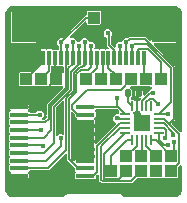
<source format=gbr>
%TF.GenerationSoftware,KiCad,Pcbnew,7.0.9-7.0.9~ubuntu22.04.1*%
%TF.CreationDate,2023-12-30T14:54:31+00:00*%
%TF.ProjectId,COM_MOD,434f4d5f-4d4f-4442-9e6b-696361645f70,1.0*%
%TF.SameCoordinates,Original*%
%TF.FileFunction,Copper,L1,Top*%
%TF.FilePolarity,Positive*%
%FSLAX46Y46*%
G04 Gerber Fmt 4.6, Leading zero omitted, Abs format (unit mm)*
G04 Created by KiCad (PCBNEW 7.0.9-7.0.9~ubuntu22.04.1) date 2023-12-30 14:54:31*
%MOMM*%
%LPD*%
G01*
G04 APERTURE LIST*
G04 Aperture macros list*
%AMRoundRect*
0 Rectangle with rounded corners*
0 $1 Rounding radius*
0 $2 $3 $4 $5 $6 $7 $8 $9 X,Y pos of 4 corners*
0 Add a 4 corners polygon primitive as box body*
4,1,4,$2,$3,$4,$5,$6,$7,$8,$9,$2,$3,0*
0 Add four circle primitives for the rounded corners*
1,1,$1+$1,$2,$3*
1,1,$1+$1,$4,$5*
1,1,$1+$1,$6,$7*
1,1,$1+$1,$8,$9*
0 Add four rect primitives between the rounded corners*
20,1,$1+$1,$2,$3,$4,$5,0*
20,1,$1+$1,$4,$5,$6,$7,0*
20,1,$1+$1,$6,$7,$8,$9,0*
20,1,$1+$1,$8,$9,$2,$3,0*%
G04 Aperture macros list end*
%TA.AperFunction,ComponentPad*%
%ADD10R,1.000000X1.000000*%
%TD*%
%TA.AperFunction,SMDPad,CuDef*%
%ADD11RoundRect,0.050000X-0.050000X0.375000X-0.050000X-0.375000X0.050000X-0.375000X0.050000X0.375000X0*%
%TD*%
%TA.AperFunction,SMDPad,CuDef*%
%ADD12RoundRect,0.050000X-0.375000X0.050000X-0.375000X-0.050000X0.375000X-0.050000X0.375000X0.050000X0*%
%TD*%
%TA.AperFunction,SMDPad,CuDef*%
%ADD13R,1.400000X1.400000*%
%TD*%
%TA.AperFunction,SMDPad,CuDef*%
%ADD14RoundRect,0.140000X0.140000X0.170000X-0.140000X0.170000X-0.140000X-0.170000X0.140000X-0.170000X0*%
%TD*%
%TA.AperFunction,SMDPad,CuDef*%
%ADD15R,0.300000X1.250000*%
%TD*%
%TA.AperFunction,SMDPad,CuDef*%
%ADD16R,2.000000X2.500000*%
%TD*%
%TA.AperFunction,SMDPad,CuDef*%
%ADD17R,1.600000X0.300000*%
%TD*%
%TA.AperFunction,ViaPad*%
%ADD18C,0.400000*%
%TD*%
%TA.AperFunction,Conductor*%
%ADD19C,0.127000*%
%TD*%
G04 APERTURE END LIST*
D10*
%TO.P,J17,1,Pin_1*%
%TO.N,/I2C_SDA*%
X36580000Y-37770000D03*
%TD*%
%TO.P,J5,1,Pin_1*%
%TO.N,/MISO*%
X29365001Y-30000000D03*
%TD*%
D11*
%TO.P,U1,1,RESETB*%
%TO.N,unconnected-(U1-P00-Pad1)*%
X34870000Y-32260000D03*
%TO.P,U1,2,GPIO*%
%TO.N,/LED_IN*%
X34470000Y-32260000D03*
%TO.P,U1,3,GPIO*%
%TO.N,/IO1_in*%
X34070000Y-32260000D03*
%TO.P,U1,4,GND*%
%TO.N,GND*%
X33670000Y-32260000D03*
%TO.P,U1,5,Vcap*%
%TO.N,/Vcap*%
X33270000Y-32260000D03*
D12*
%TO.P,U1,6,AVCC*%
%TO.N,+3.3V*%
X32620000Y-32910000D03*
%TO.P,U1,7,GPIO*%
%TO.N,/addr_mod_3*%
X32620000Y-33310000D03*
%TO.P,U1,8,GPIO*%
%TO.N,/addr_mod_4*%
X32620000Y-33710000D03*
%TO.P,U1,9,SPI_CS*%
%TO.N,/SPICS_ARM*%
X32620000Y-34110000D03*
%TO.P,U1,10,GPIO*%
%TO.N,/GPIO*%
X32620000Y-34510000D03*
D11*
%TO.P,U1,11,AIN0*%
%TO.N,/AIN0*%
X33270000Y-35160000D03*
%TO.P,U1,12,SPI_SCK*%
%TO.N,/SCLK_ARM*%
X33670000Y-35160000D03*
%TO.P,U1,13,SPI_MOSI*%
%TO.N,/MOSI_ARM*%
X34070000Y-35160000D03*
%TO.P,U1,14,SWDIO*%
%TO.N,/SWDIO{slash}MISO_ARM*%
X34470000Y-35160000D03*
%TO.P,U1,15,SWCLK*%
%TO.N,/IO1_out*%
X34870000Y-35160000D03*
D12*
%TO.P,U1,16,GPIO*%
%TO.N,/addr_mod_2*%
X35520000Y-34510000D03*
%TO.P,U1,17,GPIO*%
%TO.N,/addr_mod_1*%
X35520000Y-34110000D03*
%TO.P,U1,18,GPIO*%
%TO.N,/addr_mod_0*%
X35520000Y-33710000D03*
%TO.P,U1,19,I2C_SDA*%
%TO.N,/I2C_SDA*%
X35520000Y-33310000D03*
%TO.P,U1,20,I2C_SCL*%
%TO.N,/i2C_SCL*%
X35520000Y-32910000D03*
D13*
%TO.P,U1,21,GPIO*%
%TO.N,GND*%
X34070000Y-33710000D03*
%TD*%
D10*
%TO.P,J3,1,Pin_1*%
%TO.N,/AUX3*%
X30000001Y-24762500D03*
%TD*%
D14*
%TO.P,C1,1*%
%TO.N,GND*%
X33840000Y-31190000D03*
%TO.P,C1,2*%
%TO.N,/Vcap*%
X32880000Y-31190000D03*
%TD*%
D10*
%TO.P,J19,1,Pin_1*%
%TO.N,/AUX1*%
X24285001Y-30000000D03*
%TD*%
%TO.P,J20,1,Pin_1*%
%TO.N,/AUX2*%
X35715001Y-30000000D03*
%TD*%
D15*
%TO.P,J10,1,1*%
%TO.N,/extRef*%
X34250001Y-28175000D03*
%TO.P,J10,2,2*%
%TO.N,/AUX2*%
X33750001Y-28175000D03*
%TO.P,J10,3,3*%
%TO.N,/i2C_SCL*%
X33250001Y-28175000D03*
%TO.P,J10,4,4*%
%TO.N,/I2C_SDA*%
X32750001Y-28175000D03*
%TO.P,J10,5,5*%
%TO.N,/IO2*%
X32250001Y-28175000D03*
%TO.P,J10,6,6*%
%TO.N,/IO1_out*%
X31750001Y-28175000D03*
%TO.P,J10,7,7*%
%TO.N,/SCLK*%
X31250001Y-28175000D03*
%TO.P,J10,8,8*%
%TO.N,/MOSI*%
X30750001Y-28175000D03*
%TO.P,J10,9,9*%
%TO.N,/MISO*%
X30250001Y-28175000D03*
%TO.P,J10,10,10*%
%TO.N,/addr_bus_4*%
X29750001Y-28175000D03*
%TO.P,J10,11,11*%
%TO.N,/addr_bus_3*%
X29250001Y-28175000D03*
%TO.P,J10,12,12*%
%TO.N,/addr_bus_2*%
X28750001Y-28175000D03*
%TO.P,J10,13,13*%
%TO.N,/addr_bus_1*%
X28250001Y-28175000D03*
%TO.P,J10,14,14*%
%TO.N,/addr_bus_0*%
X27750001Y-28175000D03*
%TO.P,J10,15,15*%
%TO.N,/AUX3*%
X27250001Y-28175000D03*
%TO.P,J10,16,16*%
%TO.N,GND*%
X26750001Y-28175000D03*
%TO.P,J10,17,17*%
%TO.N,+3.3V*%
X26250001Y-28175000D03*
%TO.P,J10,18,18*%
%TO.N,/AUX1*%
X25750001Y-28175000D03*
D16*
%TO.P,J10,19,sh1*%
%TO.N,GND*%
X35940001Y-25600000D03*
%TO.P,J10,20,sh2*%
X24060001Y-25600000D03*
%TD*%
D10*
%TO.P,J2,1,Pin_1*%
%TO.N,GND*%
X26825001Y-30000000D03*
%TD*%
%TO.P,J12,1,Pin_1*%
%TO.N,/SWDIO{slash}MISO_ARM*%
X35310000Y-36500000D03*
%TD*%
%TO.P,J8,1,Pin_1*%
%TO.N,/CSB*%
X33175001Y-30000000D03*
%TD*%
%TO.P,J1,1,Pin_1*%
%TO.N,+3.3V*%
X25555001Y-30000000D03*
%TD*%
D17*
%TO.P,U2,1,G*%
%TO.N,GND*%
X23700001Y-32325000D03*
%TO.P,U2,2,P0*%
%TO.N,/addr_mod_0*%
X23700001Y-32975000D03*
%TO.P,U2,3,R0*%
%TO.N,/addr_bus_0*%
X23700001Y-33625000D03*
%TO.P,U2,4,P1*%
%TO.N,/addr_mod_1*%
X23700001Y-34275000D03*
%TO.P,U2,5,R1*%
%TO.N,/addr_bus_1*%
X23700001Y-34925000D03*
%TO.P,U2,6,P2*%
%TO.N,/addr_mod_2*%
X23700001Y-35575000D03*
%TO.P,U2,7,R2*%
%TO.N,/addr_bus_2*%
X23700001Y-36225000D03*
%TO.P,U2,8,P3*%
%TO.N,/addr_mod_3*%
X23700001Y-36875000D03*
%TO.P,U2,9,R3*%
%TO.N,/addr_bus_3*%
X23700001Y-37525000D03*
%TO.P,U2,10,GND*%
%TO.N,GND*%
X23700001Y-38175000D03*
%TO.P,U2,11,P4*%
%TO.N,/addr_mod_4*%
X29300001Y-38175000D03*
%TO.P,U2,12,R4*%
%TO.N,/addr_bus_4*%
X29300001Y-37525000D03*
%TO.P,U2,13,P5*%
%TO.N,GND*%
X29300001Y-36875000D03*
%TO.P,U2,14,R5*%
X29300001Y-36225000D03*
%TO.P,U2,15,P6*%
X29300001Y-35575000D03*
%TO.P,U2,16,R6*%
X29300001Y-34925000D03*
%TO.P,U2,17,P7*%
X29300001Y-34275000D03*
%TO.P,U2,18,R7*%
X29300001Y-33625000D03*
%TO.P,U2,19,P=R*%
%TO.N,/CSB*%
X29300001Y-32975000D03*
%TO.P,U2,20,VCC*%
%TO.N,+3.3V*%
X29300001Y-32325000D03*
%TD*%
D10*
%TO.P,J15,1,Pin_1*%
%TO.N,/SPICS_ARM*%
X34040000Y-37770000D03*
%TD*%
%TO.P,J14,1,Pin_1*%
%TO.N,/SCLK_ARM*%
X32770000Y-36500000D03*
%TD*%
%TO.P,J18,1,Pin_1*%
%TO.N,/AIN0*%
X31500000Y-37770000D03*
%TD*%
%TO.P,J13,1,Pin_1*%
%TO.N,/MOSI_ARM*%
X34040001Y-36500000D03*
%TD*%
%TO.P,J7,1,Pin_1*%
%TO.N,/SCLK*%
X31905001Y-30000000D03*
%TD*%
%TO.P,J21,1,Pin_1*%
%TO.N,/GPIO*%
X32770000Y-37770000D03*
%TD*%
%TO.P,J16,1,Pin_1*%
%TO.N,/i2C_SCL*%
X35310000Y-37770000D03*
%TD*%
%TO.P,J11,1,Pin_1*%
%TO.N,/IO1_out*%
X36580000Y-36500000D03*
%TD*%
%TO.P,J6,1,Pin_1*%
%TO.N,/MOSI*%
X30635001Y-30000000D03*
%TD*%
%TO.P,J9,1,Pin_1*%
%TO.N,/extRef*%
X34445001Y-30000000D03*
%TD*%
D18*
%TO.N,GND*%
X30700000Y-34000000D03*
X31200000Y-33700000D03*
X23100000Y-31200000D03*
X27200000Y-33400000D03*
X33750000Y-33350000D03*
X35350000Y-24750000D03*
X36550000Y-26450000D03*
X27200000Y-32600000D03*
X30700000Y-33400000D03*
X35350000Y-26450000D03*
X25462500Y-31362500D03*
X30700000Y-32800000D03*
X27200000Y-34100000D03*
X34450000Y-34100000D03*
X34450000Y-33350000D03*
X30600000Y-34600000D03*
X24650000Y-26450000D03*
X35940001Y-25600000D03*
X23450000Y-26450000D03*
X36550000Y-24750000D03*
X33750000Y-34100000D03*
X24650000Y-24750000D03*
X24060001Y-25600000D03*
X23450000Y-24750000D03*
%TO.N,/addr_bus_0*%
X27750000Y-27150000D03*
%TO.N,/addr_bus_1*%
X28250000Y-26850000D03*
%TO.N,/addr_bus_2*%
X28750000Y-27150000D03*
%TO.N,/addr_bus_3*%
X29250000Y-26850000D03*
%TO.N,/addr_bus_4*%
X29750000Y-27150000D03*
%TO.N,/i2C_SCL*%
X33250000Y-27150000D03*
X36290000Y-32910000D03*
%TO.N,/I2C_SDA*%
X32750000Y-26850000D03*
%TO.N,/IO1_in*%
X35000000Y-31150000D03*
%TO.N,/IO2*%
X32250000Y-27150000D03*
%TO.N,/AUX3*%
X27250000Y-26850000D03*
%TO.N,/LED_IN*%
X35450001Y-32085000D03*
%TO.N,+3.3V*%
X32000000Y-31550000D03*
%TO.N,/addr_mod_0*%
X25440000Y-32970000D03*
X36730000Y-34730000D03*
%TO.N,/addr_mod_1*%
X25540000Y-34240000D03*
X36050000Y-34950000D03*
%TO.N,/addr_mod_2*%
X25700000Y-35600000D03*
X36260000Y-35530000D03*
%TO.N,/addr_mod_3*%
X27200000Y-35000000D03*
X32000000Y-33300000D03*
%TO.N,/IO1_out*%
X36800000Y-35290000D03*
X31200000Y-26100000D03*
%TD*%
D19*
%TO.N,GND*%
X29300001Y-36875000D02*
X29300001Y-33625000D01*
X26750001Y-29925000D02*
X26825001Y-30000000D01*
X23700001Y-32325000D02*
X23700001Y-31800001D01*
X25462500Y-31362500D02*
X26825001Y-30000000D01*
X22746501Y-32628500D02*
X23050001Y-32325000D01*
X33670000Y-31360000D02*
X33670000Y-32260000D01*
X23093001Y-38175000D02*
X22746501Y-37828500D01*
X33840000Y-31190000D02*
X33670000Y-31360000D01*
X33710000Y-33350000D02*
X33750000Y-33350000D01*
X33750000Y-33390000D02*
X34070000Y-33710000D01*
X24500001Y-32325000D02*
X25462500Y-31362500D01*
X26750001Y-28175000D02*
X26750001Y-29925000D01*
X23050001Y-32325000D02*
X23700001Y-32325000D01*
X23700001Y-32325000D02*
X24500001Y-32325000D01*
X23700001Y-38175000D02*
X23093001Y-38175000D01*
X33750000Y-33350000D02*
X33750000Y-33390000D01*
X23700001Y-31800001D02*
X23100000Y-31200000D01*
X33670000Y-32260000D02*
X33670000Y-33310000D01*
X22746501Y-37828500D02*
X22746501Y-32628500D01*
X33670000Y-33310000D02*
X33710000Y-33350000D01*
%TO.N,/Vcap*%
X32880000Y-31190000D02*
X32880000Y-31870000D01*
X32880000Y-31870000D02*
X33270000Y-32260000D01*
%TO.N,/MISO*%
X30250001Y-28175000D02*
X30250001Y-29000000D01*
X29365001Y-29885000D02*
X29365001Y-30000000D01*
X30250001Y-29000000D02*
X29365001Y-29885000D01*
%TO.N,/MOSI*%
X30750001Y-29885000D02*
X30635001Y-30000000D01*
X30750001Y-28175000D02*
X30750001Y-29885000D01*
%TO.N,/SCLK*%
X31250001Y-28175000D02*
X31250001Y-28997501D01*
X31905001Y-29652501D02*
X31905001Y-30000000D01*
X31250001Y-28997501D02*
X31905001Y-29652501D01*
%TO.N,/CSB*%
X28200000Y-32481999D02*
X28693001Y-32975000D01*
X32275001Y-30900000D02*
X29468001Y-30900000D01*
X33175001Y-30000000D02*
X32275001Y-30900000D01*
X29468001Y-30900000D02*
X28200000Y-32168001D01*
X28693001Y-32975000D02*
X29300001Y-32975000D01*
X28200000Y-32168001D02*
X28200000Y-32481999D01*
%TO.N,/extRef*%
X34250001Y-29805000D02*
X34445001Y-30000000D01*
X34250001Y-28175000D02*
X34250001Y-29805000D01*
%TO.N,/addr_bus_0*%
X25875000Y-33625000D02*
X23700001Y-33625000D01*
X27650000Y-30700000D02*
X26182000Y-32168000D01*
X27650000Y-28275001D02*
X27650000Y-30700000D01*
X27750001Y-28175000D02*
X27650000Y-28275001D01*
X27750000Y-27150000D02*
X27750001Y-28175000D01*
X26182000Y-33318000D02*
X25875000Y-33625000D01*
X26182000Y-32168000D02*
X26182000Y-33318000D01*
%TO.N,/addr_bus_1*%
X27867000Y-30789884D02*
X26399000Y-32257884D01*
X27867000Y-29053501D02*
X27867000Y-30789884D01*
X26399000Y-32257884D02*
X26399000Y-34301000D01*
X28250001Y-28175000D02*
X28250001Y-28670500D01*
X28250000Y-26850000D02*
X28250001Y-28175000D01*
X26399000Y-34301000D02*
X25775000Y-34925000D01*
X28250001Y-28670500D02*
X27867000Y-29053501D01*
X25775000Y-34925000D02*
X23700001Y-34925000D01*
%TO.N,/addr_bus_2*%
X26616000Y-35384000D02*
X25775000Y-36225000D01*
X26616000Y-32347768D02*
X26616000Y-35384000D01*
X28750001Y-28699999D02*
X28084000Y-29366000D01*
X28084000Y-30879768D02*
X26616000Y-32347768D01*
X28750001Y-28175000D02*
X28750001Y-28699999D01*
X25775000Y-36225000D02*
X23700001Y-36225000D01*
X28084000Y-29366000D02*
X28084000Y-30879768D01*
X28750000Y-27150000D02*
X28750001Y-28175000D01*
%TO.N,/addr_bus_3*%
X27683000Y-31587652D02*
X27683000Y-35967000D01*
X28301000Y-30969652D02*
X27683000Y-31587652D01*
X29250001Y-28175000D02*
X29250001Y-28757000D01*
X29250001Y-28757000D02*
X29053501Y-28953500D01*
X29250000Y-26850000D02*
X29250001Y-28175000D01*
X29053501Y-28953500D02*
X28803384Y-28953500D01*
X28803384Y-28953500D02*
X28301000Y-29455884D01*
X26125000Y-37525000D02*
X23700001Y-37525000D01*
X27683000Y-35967000D02*
X26125000Y-37525000D01*
X28301000Y-29455884D02*
X28301000Y-30969652D01*
%TO.N,/addr_bus_4*%
X28518000Y-31059536D02*
X27900000Y-31677536D01*
X27900000Y-36731999D02*
X28693001Y-37525000D01*
X28693001Y-37525000D02*
X29300001Y-37525000D01*
X29750000Y-27150000D02*
X29750001Y-28175000D01*
X27900000Y-31677536D02*
X27900000Y-36731999D01*
X28518000Y-29545768D02*
X28518000Y-31059536D01*
X29750001Y-28927000D02*
X29506501Y-29170500D01*
X29750001Y-28175000D02*
X29750001Y-28927000D01*
X28893268Y-29170500D02*
X28518000Y-29545768D01*
X29506501Y-29170500D02*
X28893268Y-29170500D01*
%TO.N,/i2C_SCL*%
X33400000Y-27000000D02*
X34506884Y-27000000D01*
X36290000Y-32910000D02*
X35520000Y-32910000D01*
X33250001Y-28175000D02*
X33250000Y-27150000D01*
X33250000Y-27150000D02*
X33400000Y-27000000D01*
X36550000Y-31880000D02*
X35520000Y-32910000D01*
X34506884Y-27000000D02*
X36550000Y-29043116D01*
X36550000Y-29043116D02*
X36550000Y-31880000D01*
%TO.N,/I2C_SDA*%
X36367500Y-33732500D02*
X35945000Y-33310000D01*
X32750000Y-26850000D02*
X33050000Y-26550000D01*
X33050000Y-26550000D02*
X34363768Y-26550000D01*
X37233500Y-37116500D02*
X37233500Y-34598500D01*
X36767000Y-28953232D02*
X36767000Y-33333000D01*
X32750001Y-28175000D02*
X32750000Y-26850000D01*
X37233500Y-34598500D02*
X36367500Y-33732500D01*
X36767000Y-33333000D02*
X36367500Y-33732500D01*
X34363768Y-26550000D02*
X36767000Y-28953232D01*
X35945000Y-33310000D02*
X35520000Y-33310000D01*
X36580000Y-37770000D02*
X37233500Y-37116500D01*
%TO.N,/IO1_in*%
X35000000Y-31150000D02*
X34755000Y-31150000D01*
X34070000Y-31835000D02*
X34070000Y-32260000D01*
X34755000Y-31150000D02*
X34070000Y-31835000D01*
%TO.N,/IO2*%
X32250000Y-27150000D02*
X32250001Y-28175000D01*
%TO.N,/AUX1*%
X25750001Y-28175000D02*
X25750001Y-28535000D01*
X25750001Y-28535000D02*
X24285001Y-30000000D01*
%TO.N,/AUX2*%
X33750001Y-28175000D02*
X33750001Y-27423000D01*
X33750001Y-27423000D02*
X33776501Y-27396500D01*
X33776501Y-27396500D02*
X34596500Y-27396500D01*
X34596500Y-27396500D02*
X35715001Y-28515001D01*
X35715001Y-28515001D02*
X35715001Y-30000000D01*
%TO.N,/AUX3*%
X27250001Y-28175000D02*
X27250000Y-26850000D01*
X30000001Y-24762500D02*
X29337500Y-24762500D01*
X29337500Y-24762500D02*
X27250000Y-26850000D01*
%TO.N,/SWDIO{slash}MISO_ARM*%
X34470000Y-35660000D02*
X35310000Y-36500000D01*
X34470000Y-35160000D02*
X34470000Y-35660000D01*
%TO.N,/MOSI_ARM*%
X34070000Y-36470001D02*
X34040001Y-36500000D01*
X34070000Y-35160000D02*
X34070000Y-36470001D01*
%TO.N,/SCLK_ARM*%
X33670000Y-35600000D02*
X32770000Y-36500000D01*
X33670000Y-35160000D02*
X33670000Y-35600000D01*
%TO.N,/SPICS_ARM*%
X32620000Y-34110000D02*
X32195000Y-34110000D01*
X30770116Y-38640500D02*
X33169500Y-38640500D01*
X33169500Y-38640500D02*
X34040000Y-37770000D01*
X30629500Y-38499884D02*
X30770116Y-38640500D01*
X32195000Y-34110000D02*
X30629500Y-35675500D01*
X30629500Y-35675500D02*
X30629500Y-38499884D01*
%TO.N,/AIN0*%
X32803000Y-35160000D02*
X31500000Y-36463000D01*
X31500000Y-36463000D02*
X31500000Y-37770000D01*
X33270000Y-35160000D02*
X32803000Y-35160000D01*
%TO.N,/LED_IN*%
X34470000Y-31945820D02*
X34470000Y-32260000D01*
X34734320Y-31681500D02*
X34470000Y-31945820D01*
X35046501Y-31681500D02*
X34734320Y-31681500D01*
X35450001Y-32085000D02*
X35046501Y-31681500D01*
%TO.N,+3.3V*%
X29300001Y-32325000D02*
X32035000Y-32325000D01*
X32620000Y-32910000D02*
X32055000Y-32345000D01*
X32035000Y-32325000D02*
X32055000Y-32345000D01*
X32000000Y-32290000D02*
X32000000Y-31550000D01*
X32055000Y-32345000D02*
X32000000Y-32290000D01*
X26250001Y-28175000D02*
X26250001Y-29305000D01*
X26250001Y-29305000D02*
X25555001Y-30000000D01*
%TO.N,/addr_mod_0*%
X36730000Y-34730000D02*
X36730000Y-34495000D01*
X25440000Y-32970000D02*
X25435000Y-32975000D01*
X25435000Y-32975000D02*
X23700001Y-32975000D01*
X36730000Y-34495000D02*
X35945000Y-33710000D01*
X35945000Y-33710000D02*
X35520000Y-33710000D01*
%TO.N,/addr_mod_1*%
X36050000Y-34885222D02*
X36140000Y-34795222D01*
X25505000Y-34275000D02*
X23700001Y-34275000D01*
X36050000Y-34950000D02*
X36050000Y-34885222D01*
X36140000Y-34795222D02*
X36140000Y-34305000D01*
X35945000Y-34110000D02*
X35520000Y-34110000D01*
X36140000Y-34305000D02*
X35945000Y-34110000D01*
X25540000Y-34240000D02*
X25505000Y-34275000D01*
%TO.N,/addr_mod_2*%
X25675000Y-35575000D02*
X23700001Y-35575000D01*
X35916884Y-35530000D02*
X35520000Y-35133116D01*
X25700000Y-35600000D02*
X25675000Y-35575000D01*
X36260000Y-35530000D02*
X35916884Y-35530000D01*
X35520000Y-35133116D02*
X35520000Y-34510000D01*
%TO.N,/addr_mod_4*%
X29950001Y-38175000D02*
X30290000Y-37835001D01*
X30290000Y-35615000D02*
X32195000Y-33710000D01*
X29300001Y-38175000D02*
X29950001Y-38175000D01*
X30290000Y-37835001D02*
X30290000Y-35615000D01*
X32195000Y-33710000D02*
X32620000Y-33710000D01*
%TO.N,/addr_mod_3*%
X27200000Y-35000000D02*
X27200000Y-35600000D01*
X32185000Y-33300000D02*
X32195000Y-33310000D01*
X32000000Y-33300000D02*
X32185000Y-33300000D01*
X27200000Y-35600000D02*
X25925000Y-36875000D01*
X25925000Y-36875000D02*
X23700001Y-36875000D01*
X32195000Y-33310000D02*
X32620000Y-33310000D01*
%TO.N,/IO1_out*%
X31750001Y-27550001D02*
X31300000Y-27100000D01*
X36800000Y-36280000D02*
X36800000Y-35290000D01*
X34870000Y-35160000D02*
X35240000Y-35160000D01*
X31300000Y-27100000D02*
X31300000Y-26200000D01*
X31750001Y-28175000D02*
X31750001Y-27550001D01*
X31300000Y-26200000D02*
X31200000Y-26100000D01*
X35240000Y-35160000D02*
X36580000Y-36500000D01*
X36580000Y-36500000D02*
X36800000Y-36280000D01*
%TO.N,/GPIO*%
X30846500Y-36283500D02*
X30846500Y-38410000D01*
X30860000Y-38423500D02*
X32116500Y-38423500D01*
X32116500Y-38423500D02*
X32770000Y-37770000D01*
X32620000Y-34510000D02*
X30846500Y-36283500D01*
X30846500Y-38410000D02*
X30860000Y-38423500D01*
%TD*%
%TA.AperFunction,Conductor*%
%TO.N,GND*%
G36*
X36753033Y-23760798D02*
G01*
X36800080Y-23765431D01*
X36882119Y-23773511D01*
X36905947Y-23778250D01*
X37021314Y-23813246D01*
X37043763Y-23822546D01*
X37050325Y-23826053D01*
X37150075Y-23879371D01*
X37170286Y-23892876D01*
X37263465Y-23969346D01*
X37280653Y-23986534D01*
X37357123Y-24079713D01*
X37370628Y-24099924D01*
X37427452Y-24206233D01*
X37436755Y-24228691D01*
X37471747Y-24344043D01*
X37476489Y-24367886D01*
X37489201Y-24496965D01*
X37489500Y-24503045D01*
X37489500Y-34337349D01*
X37469815Y-34404388D01*
X37417011Y-34450143D01*
X37347853Y-34460087D01*
X37284297Y-34431062D01*
X37277819Y-34425030D01*
X36672970Y-33820181D01*
X36639485Y-33758858D01*
X36644469Y-33689166D01*
X36672970Y-33644819D01*
X36759084Y-33558705D01*
X36890232Y-33427557D01*
X36905073Y-33412716D01*
X36906279Y-33408211D01*
X36918670Y-33378300D01*
X36920625Y-33374914D01*
X36921000Y-33374265D01*
X36921001Y-33291736D01*
X36921000Y-33291734D01*
X36921000Y-28932956D01*
X36921000Y-28911967D01*
X36918666Y-28907925D01*
X36906280Y-28878021D01*
X36905073Y-28873516D01*
X36905072Y-28873515D01*
X36905072Y-28873514D01*
X36839657Y-28808098D01*
X36839642Y-28808085D01*
X35118638Y-27087081D01*
X35085153Y-27025758D01*
X35090137Y-26956066D01*
X35132009Y-26900133D01*
X35197473Y-26875716D01*
X35206319Y-26875400D01*
X36942501Y-26875400D01*
X36942501Y-26875399D01*
X36949913Y-26873926D01*
X36958313Y-26868312D01*
X36963927Y-26859912D01*
X36965400Y-26852500D01*
X36965401Y-26852500D01*
X36965401Y-24347500D01*
X36965400Y-24347499D01*
X36963927Y-24340087D01*
X36958313Y-24331687D01*
X36949913Y-24326073D01*
X36942501Y-24324600D01*
X34937501Y-24324600D01*
X34930088Y-24326073D01*
X34921688Y-24331687D01*
X34916074Y-24340087D01*
X34914601Y-24347499D01*
X34914601Y-26583682D01*
X34894916Y-26650721D01*
X34842112Y-26696476D01*
X34772954Y-26706420D01*
X34709398Y-26677395D01*
X34702920Y-26671363D01*
X34443483Y-26411926D01*
X34443481Y-26411925D01*
X34438975Y-26410718D01*
X34409072Y-26398331D01*
X34407249Y-26397279D01*
X34405032Y-26395999D01*
X34308071Y-26395999D01*
X34308063Y-26396000D01*
X33008735Y-26396000D01*
X33004688Y-26398336D01*
X32974799Y-26410716D01*
X32970287Y-26411925D01*
X32970282Y-26411928D01*
X32913009Y-26469199D01*
X32851685Y-26502683D01*
X32805933Y-26503989D01*
X32750003Y-26495131D01*
X32749998Y-26495131D01*
X32640341Y-26512498D01*
X32541414Y-26562904D01*
X32541407Y-26562909D01*
X32462909Y-26641407D01*
X32462906Y-26641412D01*
X32462905Y-26641413D01*
X32415433Y-26734583D01*
X32367458Y-26785379D01*
X32299637Y-26802174D01*
X32285551Y-26800761D01*
X32250003Y-26795131D01*
X32249998Y-26795131D01*
X32140341Y-26812498D01*
X32041414Y-26862904D01*
X32041407Y-26862909D01*
X31962909Y-26941407D01*
X31962904Y-26941414D01*
X31912498Y-27040341D01*
X31895131Y-27149997D01*
X31895131Y-27150002D01*
X31897033Y-27162011D01*
X31888078Y-27231305D01*
X31843082Y-27284757D01*
X31776331Y-27305396D01*
X31709017Y-27286671D01*
X31686879Y-27269090D01*
X31490319Y-27072530D01*
X31456834Y-27011207D01*
X31454000Y-26984849D01*
X31454000Y-26393044D01*
X31473685Y-26326005D01*
X31481356Y-26316486D01*
X31487089Y-26308592D01*
X31487095Y-26308587D01*
X31537500Y-26209661D01*
X31537500Y-26209659D01*
X31537501Y-26209658D01*
X31554869Y-26100002D01*
X31554869Y-26099997D01*
X31537501Y-25990341D01*
X31537500Y-25990339D01*
X31487095Y-25891413D01*
X31487092Y-25891410D01*
X31487090Y-25891407D01*
X31408592Y-25812909D01*
X31408588Y-25812906D01*
X31408587Y-25812905D01*
X31404743Y-25810946D01*
X31309658Y-25762498D01*
X31200002Y-25745131D01*
X31199998Y-25745131D01*
X31090341Y-25762498D01*
X30991414Y-25812904D01*
X30991407Y-25812909D01*
X30912909Y-25891407D01*
X30912904Y-25891414D01*
X30862498Y-25990341D01*
X30845131Y-26099997D01*
X30845131Y-26100002D01*
X30862498Y-26209658D01*
X30912904Y-26308585D01*
X30912909Y-26308592D01*
X30991407Y-26387090D01*
X30991413Y-26387095D01*
X31078295Y-26431363D01*
X31129090Y-26479336D01*
X31146000Y-26541847D01*
X31146000Y-27141265D01*
X31148332Y-27145304D01*
X31160718Y-27175206D01*
X31161926Y-27179715D01*
X31230029Y-27247819D01*
X31263513Y-27309143D01*
X31258528Y-27378834D01*
X31216657Y-27434768D01*
X31151192Y-27459184D01*
X31142349Y-27459500D01*
X31091092Y-27459500D01*
X31064688Y-27464751D01*
X31053405Y-27469425D01*
X31052440Y-27467095D01*
X31002204Y-27482821D01*
X30947287Y-27467751D01*
X30946595Y-27469424D01*
X30935312Y-27464750D01*
X30908916Y-27459500D01*
X30591092Y-27459500D01*
X30564688Y-27464751D01*
X30553405Y-27469425D01*
X30552440Y-27467095D01*
X30502204Y-27482821D01*
X30447287Y-27467751D01*
X30446595Y-27469424D01*
X30435312Y-27464750D01*
X30408916Y-27459500D01*
X30188025Y-27459500D01*
X30120986Y-27439815D01*
X30075231Y-27387011D01*
X30065287Y-27317853D01*
X30077539Y-27279209D01*
X30087500Y-27259661D01*
X30087696Y-27258427D01*
X30104869Y-27150002D01*
X30104869Y-27149997D01*
X30087501Y-27040341D01*
X30080071Y-27025758D01*
X30037095Y-26941413D01*
X30037092Y-26941410D01*
X30037090Y-26941407D01*
X29958592Y-26862909D01*
X29958588Y-26862906D01*
X29958587Y-26862905D01*
X29933263Y-26850002D01*
X29859658Y-26812498D01*
X29750002Y-26795131D01*
X29750000Y-26795131D01*
X29714448Y-26800762D01*
X29645154Y-26791806D01*
X29591703Y-26746809D01*
X29584567Y-26734583D01*
X29537095Y-26641413D01*
X29537092Y-26641410D01*
X29537090Y-26641407D01*
X29458592Y-26562909D01*
X29458588Y-26562906D01*
X29458587Y-26562905D01*
X29366823Y-26516149D01*
X29359658Y-26512498D01*
X29250002Y-26495131D01*
X29249998Y-26495131D01*
X29140341Y-26512498D01*
X29041414Y-26562904D01*
X29041407Y-26562909D01*
X28962909Y-26641407D01*
X28962906Y-26641412D01*
X28962905Y-26641413D01*
X28915433Y-26734583D01*
X28867458Y-26785379D01*
X28799637Y-26802174D01*
X28785551Y-26800761D01*
X28750003Y-26795131D01*
X28750001Y-26795131D01*
X28750000Y-26795131D01*
X28714448Y-26800762D01*
X28645154Y-26791806D01*
X28591703Y-26746809D01*
X28584567Y-26734583D01*
X28537095Y-26641413D01*
X28537092Y-26641410D01*
X28537090Y-26641407D01*
X28458592Y-26562909D01*
X28458588Y-26562906D01*
X28458587Y-26562905D01*
X28366823Y-26516149D01*
X28359658Y-26512498D01*
X28250002Y-26495131D01*
X28249998Y-26495131D01*
X28140339Y-26512499D01*
X28135240Y-26514156D01*
X28065399Y-26516149D01*
X28005567Y-26480068D01*
X27974741Y-26417366D01*
X27982707Y-26347952D01*
X28009241Y-26308546D01*
X29197822Y-25119965D01*
X29259144Y-25086482D01*
X29328836Y-25091466D01*
X29384769Y-25133338D01*
X29409186Y-25198802D01*
X29409502Y-25207648D01*
X29409502Y-25271412D01*
X29409503Y-25271415D01*
X29414752Y-25297812D01*
X29414753Y-25297814D01*
X29434753Y-25327747D01*
X29464689Y-25347749D01*
X29473408Y-25349483D01*
X29491088Y-25353000D01*
X30508913Y-25352999D01*
X30535312Y-25347749D01*
X30565248Y-25327747D01*
X30585250Y-25297811D01*
X30590501Y-25271413D01*
X30590500Y-24253588D01*
X30585250Y-24227189D01*
X30585249Y-24227187D01*
X30585248Y-24227185D01*
X30565248Y-24197252D01*
X30535312Y-24177250D01*
X30508916Y-24172000D01*
X29491092Y-24172000D01*
X29464688Y-24177251D01*
X29464686Y-24177252D01*
X29434753Y-24197252D01*
X29414751Y-24227188D01*
X29409501Y-24253584D01*
X29409501Y-24484500D01*
X29389816Y-24551539D01*
X29337012Y-24597294D01*
X29311613Y-24602819D01*
X29312004Y-24604275D01*
X29296236Y-24608499D01*
X29292193Y-24610834D01*
X29262294Y-24623218D01*
X29257784Y-24624426D01*
X29199426Y-24682784D01*
X27413012Y-26469197D01*
X27351689Y-26502682D01*
X27305934Y-26503990D01*
X27285133Y-26500695D01*
X27250000Y-26495131D01*
X27249998Y-26495131D01*
X27249997Y-26495131D01*
X27140341Y-26512498D01*
X27041414Y-26562904D01*
X27041407Y-26562909D01*
X26962909Y-26641407D01*
X26962904Y-26641414D01*
X26912498Y-26740341D01*
X26895131Y-26849997D01*
X26895131Y-26850002D01*
X26912498Y-26959658D01*
X26912500Y-26959661D01*
X26962905Y-27058587D01*
X27041413Y-27137095D01*
X27041415Y-27137096D01*
X27041416Y-27137097D01*
X27044888Y-27139620D01*
X27048084Y-27143765D01*
X27048314Y-27143995D01*
X27048284Y-27144024D01*
X27087552Y-27194950D01*
X27096000Y-27239936D01*
X27096000Y-27377550D01*
X27076315Y-27444589D01*
X27040889Y-27480653D01*
X27034754Y-27484751D01*
X27026440Y-27493066D01*
X26965116Y-27526549D01*
X26914577Y-27527001D01*
X26902503Y-27524600D01*
X26597493Y-27524600D01*
X26585422Y-27527001D01*
X26515831Y-27520768D01*
X26473559Y-27493063D01*
X26465248Y-27484752D01*
X26435312Y-27464750D01*
X26408916Y-27459500D01*
X26091092Y-27459500D01*
X26064688Y-27464751D01*
X26053405Y-27469425D01*
X26052440Y-27467095D01*
X26002204Y-27482821D01*
X25947287Y-27467751D01*
X25946595Y-27469424D01*
X25935312Y-27464750D01*
X25908916Y-27459500D01*
X25591092Y-27459500D01*
X25564688Y-27464751D01*
X25564686Y-27464752D01*
X25534753Y-27484752D01*
X25514751Y-27514688D01*
X25509501Y-27541084D01*
X25509501Y-28506348D01*
X25489816Y-28573387D01*
X25473182Y-28594029D01*
X24694029Y-29373181D01*
X24632706Y-29406666D01*
X24606348Y-29409500D01*
X23776092Y-29409500D01*
X23749688Y-29414751D01*
X23749686Y-29414752D01*
X23719753Y-29434752D01*
X23699751Y-29464688D01*
X23694501Y-29491084D01*
X23694501Y-30508908D01*
X23699752Y-30535312D01*
X23699753Y-30535314D01*
X23719753Y-30565247D01*
X23749689Y-30585249D01*
X23758408Y-30586983D01*
X23776088Y-30590500D01*
X24793913Y-30590499D01*
X24820312Y-30585249D01*
X24850248Y-30565247D01*
X24850248Y-30565246D01*
X24851111Y-30564670D01*
X24917788Y-30543793D01*
X24985168Y-30562278D01*
X24988891Y-30564670D01*
X24989753Y-30565246D01*
X24989754Y-30565247D01*
X25019690Y-30585249D01*
X25046088Y-30590500D01*
X26063913Y-30590499D01*
X26090312Y-30585249D01*
X26120248Y-30565247D01*
X26130582Y-30549779D01*
X26184192Y-30504974D01*
X26253516Y-30496264D01*
X26302577Y-30515566D01*
X26315088Y-30523926D01*
X26322500Y-30525399D01*
X26322501Y-30525400D01*
X27307449Y-30525400D01*
X27374488Y-30545085D01*
X27420243Y-30597889D01*
X27430187Y-30667047D01*
X27401162Y-30730603D01*
X27395130Y-30737081D01*
X26102284Y-32029927D01*
X26067396Y-32064815D01*
X26043926Y-32088285D01*
X26043925Y-32088286D01*
X26042716Y-32092798D01*
X26030336Y-32122687D01*
X26027999Y-32126733D01*
X26027999Y-32233925D01*
X26028000Y-32233930D01*
X26028000Y-32866362D01*
X26008315Y-32933401D01*
X25964741Y-32971157D01*
X25998863Y-32993780D01*
X26026977Y-33057744D01*
X26028000Y-33073637D01*
X26028000Y-33202849D01*
X26008315Y-33269888D01*
X25991681Y-33290530D01*
X25847530Y-33434681D01*
X25786207Y-33468166D01*
X25759849Y-33471000D01*
X25734045Y-33471000D01*
X25667006Y-33451315D01*
X25621251Y-33398511D01*
X25611307Y-33329353D01*
X25640332Y-33265797D01*
X25646364Y-33259319D01*
X25727090Y-33178592D01*
X25727095Y-33178587D01*
X25777500Y-33079661D01*
X25777501Y-33079657D01*
X25781527Y-33054240D01*
X25811456Y-32991105D01*
X25845002Y-32970215D01*
X25822797Y-32960075D01*
X25785023Y-32901297D01*
X25781527Y-32885760D01*
X25777501Y-32860341D01*
X25757456Y-32821000D01*
X25727095Y-32761413D01*
X25727092Y-32761410D01*
X25727090Y-32761407D01*
X25648592Y-32682909D01*
X25648588Y-32682906D01*
X25648587Y-32682905D01*
X25642118Y-32679609D01*
X25549658Y-32632498D01*
X25440002Y-32615131D01*
X25439998Y-32615131D01*
X25330341Y-32632498D01*
X25231414Y-32682904D01*
X25231407Y-32682909D01*
X25152909Y-32761407D01*
X25147172Y-32769305D01*
X25144057Y-32767042D01*
X25109067Y-32804091D01*
X25046557Y-32821000D01*
X24672452Y-32821000D01*
X24605413Y-32801315D01*
X24569350Y-32765891D01*
X24565248Y-32759752D01*
X24535312Y-32739750D01*
X24535309Y-32739749D01*
X24526285Y-32737954D01*
X24464375Y-32705567D01*
X24429803Y-32644850D01*
X24433546Y-32575081D01*
X24474414Y-32518410D01*
X24503037Y-32501773D01*
X24509915Y-32498924D01*
X24518313Y-32493312D01*
X24523927Y-32484912D01*
X24525400Y-32477500D01*
X24525401Y-32477500D01*
X24525401Y-32172500D01*
X24525400Y-32172499D01*
X24523927Y-32165087D01*
X24518313Y-32156687D01*
X24509913Y-32151073D01*
X24502501Y-32149600D01*
X22897501Y-32149600D01*
X22890088Y-32151073D01*
X22881688Y-32156687D01*
X22876074Y-32165087D01*
X22874601Y-32172499D01*
X22874601Y-32477500D01*
X22876074Y-32484912D01*
X22881688Y-32493312D01*
X22890092Y-32498928D01*
X22896970Y-32501777D01*
X22951375Y-32545616D01*
X22973442Y-32611910D01*
X22956165Y-32679609D01*
X22905029Y-32727221D01*
X22873709Y-32737957D01*
X22864691Y-32739750D01*
X22864686Y-32739752D01*
X22834753Y-32759752D01*
X22814751Y-32789688D01*
X22809501Y-32816084D01*
X22809501Y-33133908D01*
X22814752Y-33160312D01*
X22814753Y-33160314D01*
X22834752Y-33190245D01*
X22834753Y-33190245D01*
X22834754Y-33190247D01*
X22844703Y-33196895D01*
X22889510Y-33250505D01*
X22898220Y-33319829D01*
X22868068Y-33382858D01*
X22844710Y-33403099D01*
X22834754Y-33409751D01*
X22834753Y-33409752D01*
X22814751Y-33439688D01*
X22809501Y-33466084D01*
X22809501Y-33783908D01*
X22814752Y-33810312D01*
X22814753Y-33810314D01*
X22834752Y-33840245D01*
X22834753Y-33840245D01*
X22834754Y-33840247D01*
X22844703Y-33846895D01*
X22889510Y-33900505D01*
X22898220Y-33969829D01*
X22868068Y-34032858D01*
X22844710Y-34053099D01*
X22834754Y-34059751D01*
X22834753Y-34059752D01*
X22814751Y-34089688D01*
X22809501Y-34116084D01*
X22809501Y-34433908D01*
X22814752Y-34460312D01*
X22814753Y-34460314D01*
X22834752Y-34490245D01*
X22834753Y-34490245D01*
X22834754Y-34490247D01*
X22844703Y-34496895D01*
X22889510Y-34550505D01*
X22898220Y-34619829D01*
X22868068Y-34682858D01*
X22844710Y-34703099D01*
X22834754Y-34709751D01*
X22834753Y-34709752D01*
X22814751Y-34739688D01*
X22809501Y-34766084D01*
X22809501Y-35083908D01*
X22814752Y-35110312D01*
X22814753Y-35110314D01*
X22834752Y-35140245D01*
X22834753Y-35140245D01*
X22834754Y-35140247D01*
X22844703Y-35146895D01*
X22889510Y-35200505D01*
X22898220Y-35269829D01*
X22868068Y-35332858D01*
X22844710Y-35353099D01*
X22834754Y-35359751D01*
X22834753Y-35359752D01*
X22814751Y-35389688D01*
X22809501Y-35416084D01*
X22809501Y-35733908D01*
X22814752Y-35760312D01*
X22814753Y-35760314D01*
X22834752Y-35790245D01*
X22834753Y-35790245D01*
X22834754Y-35790247D01*
X22844703Y-35796895D01*
X22889510Y-35850505D01*
X22898220Y-35919829D01*
X22868068Y-35982858D01*
X22844710Y-36003099D01*
X22834754Y-36009751D01*
X22834753Y-36009752D01*
X22814751Y-36039688D01*
X22809501Y-36066084D01*
X22809501Y-36383908D01*
X22814752Y-36410312D01*
X22814753Y-36410314D01*
X22834752Y-36440245D01*
X22834753Y-36440245D01*
X22834754Y-36440247D01*
X22844703Y-36446895D01*
X22889510Y-36500505D01*
X22898220Y-36569829D01*
X22868068Y-36632858D01*
X22844710Y-36653099D01*
X22834754Y-36659751D01*
X22834753Y-36659752D01*
X22814751Y-36689688D01*
X22809501Y-36716084D01*
X22809501Y-37033908D01*
X22814752Y-37060312D01*
X22814753Y-37060314D01*
X22834752Y-37090245D01*
X22834753Y-37090245D01*
X22834754Y-37090247D01*
X22844703Y-37096895D01*
X22889510Y-37150505D01*
X22898220Y-37219829D01*
X22868068Y-37282858D01*
X22844710Y-37303099D01*
X22834754Y-37309751D01*
X22834753Y-37309752D01*
X22814751Y-37339688D01*
X22809501Y-37366084D01*
X22809501Y-37683908D01*
X22814752Y-37710312D01*
X22814753Y-37710314D01*
X22834753Y-37740247D01*
X22864690Y-37760249D01*
X22873711Y-37762044D01*
X22935622Y-37794429D01*
X22970196Y-37855145D01*
X22966457Y-37924914D01*
X22925590Y-37981586D01*
X22896972Y-37998222D01*
X22890092Y-38001071D01*
X22881688Y-38006687D01*
X22876074Y-38015087D01*
X22874601Y-38022499D01*
X22874601Y-38327500D01*
X22876074Y-38334912D01*
X22881688Y-38343312D01*
X22890088Y-38348926D01*
X22897500Y-38350399D01*
X22897501Y-38350400D01*
X24502501Y-38350400D01*
X24502501Y-38350399D01*
X24509913Y-38348926D01*
X24518313Y-38343312D01*
X24523927Y-38334912D01*
X24525400Y-38327500D01*
X24525401Y-38327500D01*
X24525401Y-38022500D01*
X24525400Y-38022499D01*
X24523927Y-38015087D01*
X24518313Y-38006687D01*
X24509910Y-38001072D01*
X24503027Y-37998221D01*
X24448624Y-37954380D01*
X24426559Y-37888086D01*
X24443838Y-37820387D01*
X24494975Y-37772776D01*
X24526296Y-37762042D01*
X24535312Y-37760249D01*
X24565248Y-37740247D01*
X24565249Y-37740245D01*
X24569350Y-37734109D01*
X24622962Y-37689304D01*
X24672452Y-37679000D01*
X26166264Y-37679000D01*
X26166265Y-37679000D01*
X26170304Y-37676667D01*
X26200208Y-37664280D01*
X26204716Y-37663073D01*
X26263073Y-37604717D01*
X26263073Y-37604716D01*
X26280511Y-37587278D01*
X26280513Y-37587274D01*
X27534320Y-36333467D01*
X27595642Y-36299984D01*
X27665334Y-36304968D01*
X27721267Y-36346840D01*
X27745684Y-36412304D01*
X27746000Y-36421150D01*
X27746000Y-36773264D01*
X27748332Y-36777303D01*
X27760718Y-36807205D01*
X27761926Y-36811714D01*
X27837723Y-36887512D01*
X27837726Y-36887514D01*
X28373182Y-37422970D01*
X28406667Y-37484293D01*
X28409501Y-37510650D01*
X28409501Y-37683908D01*
X28414752Y-37710312D01*
X28414753Y-37710314D01*
X28434752Y-37740245D01*
X28434753Y-37740245D01*
X28434754Y-37740247D01*
X28444703Y-37746895D01*
X28489510Y-37800505D01*
X28498220Y-37869829D01*
X28468068Y-37932858D01*
X28444710Y-37953099D01*
X28434754Y-37959751D01*
X28434753Y-37959752D01*
X28414751Y-37989688D01*
X28409501Y-38016084D01*
X28409501Y-38333908D01*
X28414752Y-38360312D01*
X28414753Y-38360314D01*
X28434753Y-38390247D01*
X28464689Y-38410249D01*
X28473408Y-38411983D01*
X28491088Y-38415500D01*
X30108913Y-38415499D01*
X30135312Y-38410249D01*
X30165248Y-38390247D01*
X30185250Y-38360311D01*
X30190501Y-38333913D01*
X30190500Y-38203650D01*
X30210184Y-38136611D01*
X30226815Y-38115973D01*
X30263820Y-38078968D01*
X30325144Y-38045484D01*
X30394835Y-38050470D01*
X30450768Y-38092342D01*
X30475184Y-38157807D01*
X30475500Y-38166651D01*
X30475500Y-38541149D01*
X30477832Y-38545188D01*
X30490218Y-38575090D01*
X30491426Y-38579599D01*
X30567223Y-38655397D01*
X30567226Y-38655399D01*
X30632043Y-38720216D01*
X30690398Y-38778571D01*
X30690400Y-38778573D01*
X30694904Y-38779780D01*
X30724811Y-38792168D01*
X30728850Y-38794500D01*
X30728851Y-38794500D01*
X30811380Y-38794501D01*
X30811382Y-38794500D01*
X33128235Y-38794500D01*
X33210765Y-38794500D01*
X33214804Y-38792167D01*
X33244708Y-38779780D01*
X33249216Y-38778573D01*
X33307573Y-38720217D01*
X33307573Y-38720216D01*
X33325011Y-38702778D01*
X33325013Y-38702774D01*
X33630970Y-38396818D01*
X33692293Y-38363333D01*
X33718651Y-38360499D01*
X34548909Y-38360499D01*
X34548912Y-38360499D01*
X34575311Y-38355249D01*
X34605247Y-38335247D01*
X34605247Y-38335246D01*
X34606110Y-38334670D01*
X34672787Y-38313793D01*
X34740167Y-38332278D01*
X34743890Y-38334670D01*
X34744752Y-38335246D01*
X34744753Y-38335247D01*
X34774689Y-38355249D01*
X34801087Y-38360500D01*
X35818912Y-38360499D01*
X35845311Y-38355249D01*
X35875247Y-38335247D01*
X35875247Y-38335246D01*
X35876110Y-38334670D01*
X35942787Y-38313793D01*
X36010167Y-38332278D01*
X36013890Y-38334670D01*
X36014752Y-38335246D01*
X36014753Y-38335247D01*
X36044689Y-38355249D01*
X36071087Y-38360500D01*
X37088912Y-38360499D01*
X37115311Y-38355249D01*
X37145247Y-38335247D01*
X37165249Y-38305311D01*
X37170500Y-38278913D01*
X37170499Y-37448650D01*
X37190183Y-37381612D01*
X37206818Y-37360970D01*
X37258037Y-37309751D01*
X37277820Y-37289968D01*
X37339142Y-37256484D01*
X37408834Y-37261468D01*
X37464767Y-37303340D01*
X37489184Y-37368804D01*
X37489500Y-37377650D01*
X37489500Y-39246951D01*
X37489201Y-39253032D01*
X37476488Y-39382113D01*
X37471745Y-39405955D01*
X37436752Y-39521310D01*
X37427450Y-39543767D01*
X37370629Y-39650071D01*
X37357124Y-39670283D01*
X37280652Y-39763464D01*
X37263464Y-39780652D01*
X37170283Y-39857124D01*
X37150071Y-39870629D01*
X37043767Y-39927450D01*
X37021310Y-39936752D01*
X36905955Y-39971745D01*
X36882113Y-39976488D01*
X36753033Y-39989201D01*
X36746952Y-39989500D01*
X32610585Y-39989500D01*
X32543546Y-39969815D01*
X32497791Y-39917011D01*
X32492654Y-39903818D01*
X32485000Y-39880261D01*
X32456271Y-39840719D01*
X32436497Y-39813502D01*
X32369739Y-39765000D01*
X32291260Y-39739500D01*
X32291259Y-39739500D01*
X32252088Y-39739500D01*
X27753412Y-39739500D01*
X27750000Y-39739500D01*
X27708741Y-39739500D01*
X27708739Y-39739500D01*
X27630260Y-39765000D01*
X27563502Y-39813502D01*
X27515000Y-39880260D01*
X27507346Y-39903818D01*
X27467909Y-39961493D01*
X27403550Y-39988692D01*
X27389415Y-39989500D01*
X23253048Y-39989500D01*
X23246967Y-39989201D01*
X23117886Y-39976488D01*
X23094044Y-39971745D01*
X22978689Y-39936752D01*
X22956232Y-39927450D01*
X22849928Y-39870629D01*
X22829716Y-39857124D01*
X22736535Y-39780652D01*
X22719347Y-39763464D01*
X22642875Y-39670283D01*
X22629370Y-39650071D01*
X22572549Y-39543767D01*
X22563247Y-39521310D01*
X22528254Y-39405955D01*
X22523512Y-39382118D01*
X22510800Y-39253041D01*
X22510501Y-39246961D01*
X22510501Y-26852500D01*
X23034601Y-26852500D01*
X23036074Y-26859912D01*
X23041688Y-26868312D01*
X23050088Y-26873926D01*
X23057500Y-26875399D01*
X23057501Y-26875400D01*
X25062501Y-26875400D01*
X25062501Y-26875399D01*
X25069913Y-26873926D01*
X25078313Y-26868312D01*
X25083927Y-26859912D01*
X25085400Y-26852500D01*
X25085401Y-26852500D01*
X25085401Y-24347500D01*
X25085400Y-24347499D01*
X25083927Y-24340087D01*
X25078313Y-24331687D01*
X25069913Y-24326073D01*
X25062501Y-24324600D01*
X23057501Y-24324600D01*
X23050088Y-24326073D01*
X23041688Y-24331687D01*
X23036074Y-24340087D01*
X23034601Y-24347499D01*
X23034601Y-26852500D01*
X22510501Y-26852500D01*
X22510501Y-24503047D01*
X22510800Y-24496967D01*
X22517878Y-24425096D01*
X22523513Y-24367879D01*
X22528255Y-24344044D01*
X22528256Y-24344043D01*
X22563248Y-24228689D01*
X22572550Y-24206233D01*
X22629372Y-24099926D01*
X22642876Y-24079716D01*
X22719351Y-23986531D01*
X22736531Y-23969351D01*
X22829722Y-23892871D01*
X22849922Y-23879375D01*
X22956239Y-23822547D01*
X22978690Y-23813248D01*
X22987324Y-23810628D01*
X23094047Y-23778254D01*
X23117880Y-23773513D01*
X23186993Y-23766706D01*
X23246982Y-23760799D01*
X23253062Y-23760500D01*
X23304767Y-23760500D01*
X23304776Y-23760499D01*
X36746953Y-23760499D01*
X36753033Y-23760798D01*
G37*
%TD.AperFunction*%
%TA.AperFunction,Conductor*%
G36*
X31986888Y-32498685D02*
G01*
X32007530Y-32515319D01*
X32114689Y-32622478D01*
X32148174Y-32683801D01*
X32143190Y-32753493D01*
X32130110Y-32779051D01*
X32112650Y-32805180D01*
X32112650Y-32805181D01*
X32104431Y-32846499D01*
X32072045Y-32908410D01*
X32011329Y-32942984D01*
X32002212Y-32944780D01*
X31890341Y-32962498D01*
X31791414Y-33012904D01*
X31791407Y-33012909D01*
X31712909Y-33091407D01*
X31712904Y-33091414D01*
X31662498Y-33190341D01*
X31645131Y-33299997D01*
X31645131Y-33300002D01*
X31662498Y-33409658D01*
X31712904Y-33508585D01*
X31712909Y-33508592D01*
X31791407Y-33587090D01*
X31791413Y-33587095D01*
X31843847Y-33613811D01*
X31894642Y-33661783D01*
X31911438Y-33729604D01*
X31888901Y-33795739D01*
X31875233Y-33811976D01*
X30287099Y-35400110D01*
X30225776Y-35433595D01*
X30156084Y-35428611D01*
X30129687Y-35411646D01*
X30128468Y-35413472D01*
X30109913Y-35401073D01*
X30102501Y-35399600D01*
X28497501Y-35399600D01*
X28490088Y-35401073D01*
X28481688Y-35406687D01*
X28476074Y-35415087D01*
X28474601Y-35422499D01*
X28474601Y-35727500D01*
X28476074Y-35734912D01*
X28481688Y-35743312D01*
X28490088Y-35748926D01*
X28497500Y-35750399D01*
X28497501Y-35750400D01*
X30012000Y-35750400D01*
X30079039Y-35770085D01*
X30124794Y-35822889D01*
X30136000Y-35874400D01*
X30136000Y-35925600D01*
X30116315Y-35992639D01*
X30063511Y-36038394D01*
X30012000Y-36049600D01*
X28497501Y-36049600D01*
X28490088Y-36051073D01*
X28481688Y-36056687D01*
X28476074Y-36065087D01*
X28474601Y-36072499D01*
X28474601Y-36377500D01*
X28476074Y-36384912D01*
X28481688Y-36393312D01*
X28490088Y-36398926D01*
X28497500Y-36400399D01*
X28497501Y-36400400D01*
X30012000Y-36400400D01*
X30079039Y-36420085D01*
X30124794Y-36472889D01*
X30136000Y-36524400D01*
X30136000Y-36575600D01*
X30116315Y-36642639D01*
X30063511Y-36688394D01*
X30012000Y-36699600D01*
X28497501Y-36699600D01*
X28490088Y-36701073D01*
X28481688Y-36706687D01*
X28476074Y-36715087D01*
X28474601Y-36722499D01*
X28474601Y-36789449D01*
X28454916Y-36856488D01*
X28402112Y-36902243D01*
X28332954Y-36912187D01*
X28269398Y-36883162D01*
X28262920Y-36877130D01*
X28090319Y-36704529D01*
X28056834Y-36643206D01*
X28054000Y-36616848D01*
X28054000Y-35077500D01*
X28474601Y-35077500D01*
X28476074Y-35084912D01*
X28481688Y-35093312D01*
X28490088Y-35098926D01*
X28497500Y-35100399D01*
X28497501Y-35100400D01*
X30102501Y-35100400D01*
X30102501Y-35100399D01*
X30109913Y-35098926D01*
X30118313Y-35093312D01*
X30123927Y-35084912D01*
X30125400Y-35077500D01*
X30125401Y-35077500D01*
X30125401Y-34772500D01*
X30125400Y-34772499D01*
X30123927Y-34765087D01*
X30118313Y-34756687D01*
X30109913Y-34751073D01*
X30102501Y-34749600D01*
X28497501Y-34749600D01*
X28490088Y-34751073D01*
X28481688Y-34756687D01*
X28476074Y-34765087D01*
X28474601Y-34772499D01*
X28474601Y-35077500D01*
X28054000Y-35077500D01*
X28054000Y-34427500D01*
X28474601Y-34427500D01*
X28476074Y-34434912D01*
X28481688Y-34443312D01*
X28490088Y-34448926D01*
X28497500Y-34450399D01*
X28497501Y-34450400D01*
X30102501Y-34450400D01*
X30102501Y-34450399D01*
X30109913Y-34448926D01*
X30118313Y-34443312D01*
X30123927Y-34434912D01*
X30125400Y-34427500D01*
X30125401Y-34427500D01*
X30125401Y-34122500D01*
X30125400Y-34122499D01*
X30123927Y-34115087D01*
X30118313Y-34106687D01*
X30109913Y-34101073D01*
X30102501Y-34099600D01*
X28497501Y-34099600D01*
X28490088Y-34101073D01*
X28481688Y-34106687D01*
X28476074Y-34115087D01*
X28474601Y-34122499D01*
X28474601Y-34427500D01*
X28054000Y-34427500D01*
X28054000Y-32853150D01*
X28073685Y-32786111D01*
X28126489Y-32740356D01*
X28195647Y-32730412D01*
X28259203Y-32759437D01*
X28265681Y-32765469D01*
X28373182Y-32872970D01*
X28406667Y-32934293D01*
X28409501Y-32960650D01*
X28409501Y-33133908D01*
X28414752Y-33160312D01*
X28414753Y-33160314D01*
X28434753Y-33190247D01*
X28464690Y-33210249D01*
X28473711Y-33212044D01*
X28535622Y-33244429D01*
X28570196Y-33305145D01*
X28566457Y-33374914D01*
X28525590Y-33431586D01*
X28496972Y-33448222D01*
X28490092Y-33451071D01*
X28481688Y-33456687D01*
X28476074Y-33465087D01*
X28474601Y-33472499D01*
X28474601Y-33777500D01*
X28476074Y-33784912D01*
X28481688Y-33793312D01*
X28490088Y-33798926D01*
X28497500Y-33800399D01*
X28497501Y-33800400D01*
X30102501Y-33800400D01*
X30102501Y-33800399D01*
X30109913Y-33798926D01*
X30118313Y-33793312D01*
X30123927Y-33784912D01*
X30125400Y-33777500D01*
X30125401Y-33777500D01*
X30125401Y-33472500D01*
X30125400Y-33472499D01*
X30123927Y-33465087D01*
X30118313Y-33456687D01*
X30109910Y-33451072D01*
X30103027Y-33448221D01*
X30048624Y-33404380D01*
X30026559Y-33338086D01*
X30043838Y-33270387D01*
X30094975Y-33222776D01*
X30126296Y-33212042D01*
X30135312Y-33210249D01*
X30165248Y-33190247D01*
X30185250Y-33160311D01*
X30190501Y-33133913D01*
X30190500Y-32816088D01*
X30185250Y-32789689D01*
X30185249Y-32789687D01*
X30185248Y-32789685D01*
X30165249Y-32759753D01*
X30155297Y-32753104D01*
X30110490Y-32699493D01*
X30101781Y-32630168D01*
X30131934Y-32567140D01*
X30155297Y-32546896D01*
X30157212Y-32545616D01*
X30165248Y-32540247D01*
X30167337Y-32537120D01*
X30169350Y-32534109D01*
X30222962Y-32489304D01*
X30272452Y-32479000D01*
X31919849Y-32479000D01*
X31986888Y-32498685D01*
G37*
%TD.AperFunction*%
%TA.AperFunction,Conductor*%
G36*
X27448334Y-31835737D02*
G01*
X27504267Y-31877609D01*
X27528684Y-31943073D01*
X27529000Y-31951919D01*
X27529000Y-34571909D01*
X27509315Y-34638948D01*
X27456511Y-34684703D01*
X27387353Y-34694647D01*
X27348707Y-34682395D01*
X27345655Y-34680840D01*
X27309661Y-34662500D01*
X27309660Y-34662499D01*
X27309657Y-34662498D01*
X27200002Y-34645131D01*
X27199998Y-34645131D01*
X27090341Y-34662498D01*
X26991414Y-34712904D01*
X26991407Y-34712909D01*
X26981681Y-34722636D01*
X26920358Y-34756121D01*
X26850666Y-34751137D01*
X26794733Y-34709265D01*
X26770316Y-34643801D01*
X26770000Y-34634955D01*
X26770000Y-32462919D01*
X26789685Y-32395880D01*
X26806319Y-32375238D01*
X27317319Y-31864238D01*
X27378642Y-31830753D01*
X27448334Y-31835737D01*
G37*
%TD.AperFunction*%
%TA.AperFunction,Conductor*%
G36*
X33883416Y-32703659D02*
G01*
X33909197Y-32728532D01*
X33910070Y-32727660D01*
X33918704Y-32736294D01*
X33918705Y-32736295D01*
X33923879Y-32739752D01*
X33950438Y-32757499D01*
X33995243Y-32811112D01*
X34003949Y-32880437D01*
X33973793Y-32943464D01*
X33914350Y-32980182D01*
X33881546Y-32984600D01*
X33458454Y-32984600D01*
X33391415Y-32964915D01*
X33345660Y-32912111D01*
X33335716Y-32842953D01*
X33364741Y-32779397D01*
X33389562Y-32757499D01*
X33396139Y-32753104D01*
X33421295Y-32736295D01*
X33421297Y-32736291D01*
X33429930Y-32727660D01*
X33431658Y-32729388D01*
X33472246Y-32695467D01*
X33541570Y-32686757D01*
X33579209Y-32701566D01*
X33579298Y-32701352D01*
X33590577Y-32706024D01*
X33612576Y-32710399D01*
X33727419Y-32710399D01*
X33727422Y-32710398D01*
X33749424Y-32706023D01*
X33760709Y-32701350D01*
X33761134Y-32702376D01*
X33816034Y-32685181D01*
X33883416Y-32703659D01*
G37*
%TD.AperFunction*%
%TA.AperFunction,Conductor*%
G36*
X33875168Y-30562278D02*
G01*
X33878891Y-30564670D01*
X33879753Y-30565246D01*
X33879754Y-30565247D01*
X33909690Y-30585249D01*
X33936088Y-30590500D01*
X34809543Y-30590499D01*
X34876582Y-30610183D01*
X34922337Y-30662987D01*
X34932281Y-30732146D01*
X34903256Y-30795702D01*
X34865838Y-30824983D01*
X34791413Y-30862905D01*
X34791412Y-30862906D01*
X34791407Y-30862909D01*
X34712909Y-30941407D01*
X34712904Y-30941414D01*
X34687649Y-30990979D01*
X34664845Y-31022365D01*
X34616928Y-31070280D01*
X34616926Y-31070284D01*
X34357080Y-31330129D01*
X34295757Y-31363614D01*
X34226065Y-31358630D01*
X34170132Y-31316758D01*
X34145715Y-31251294D01*
X34145399Y-31242448D01*
X34145399Y-31003712D01*
X34135802Y-30955463D01*
X34099246Y-30900754D01*
X34044532Y-30864195D01*
X34044534Y-30864195D01*
X33996292Y-30854600D01*
X33683713Y-30854600D01*
X33635463Y-30864197D01*
X33580754Y-30900753D01*
X33544195Y-30955466D01*
X33534600Y-31003706D01*
X33534600Y-31376286D01*
X33544197Y-31424536D01*
X33580753Y-31479245D01*
X33635467Y-31515804D01*
X33635465Y-31515804D01*
X33683707Y-31525399D01*
X33862447Y-31525399D01*
X33929487Y-31545083D01*
X33975242Y-31597887D01*
X33985186Y-31667045D01*
X33956161Y-31730601D01*
X33950131Y-31737079D01*
X33931926Y-31755283D01*
X33923765Y-31769420D01*
X33919908Y-31767193D01*
X33899282Y-31801020D01*
X33836430Y-31831539D01*
X33767056Y-31823234D01*
X33751801Y-31814961D01*
X33749422Y-31813975D01*
X33727423Y-31809600D01*
X33612580Y-31809600D01*
X33612577Y-31809601D01*
X33590575Y-31813976D01*
X33579291Y-31818650D01*
X33578866Y-31817624D01*
X33523951Y-31834818D01*
X33456571Y-31816332D01*
X33430802Y-31791467D01*
X33429930Y-31792340D01*
X33421297Y-31783707D01*
X33421295Y-31783706D01*
X33421295Y-31783705D01*
X33374821Y-31752651D01*
X33333841Y-31744500D01*
X33333839Y-31744500D01*
X33267224Y-31744500D01*
X33200185Y-31724815D01*
X33154430Y-31672011D01*
X33144486Y-31602853D01*
X33173511Y-31539297D01*
X33179546Y-31532816D01*
X33186183Y-31526179D01*
X33212027Y-31487500D01*
X33237126Y-31449937D01*
X33239681Y-31437095D01*
X33250195Y-31384235D01*
X33250500Y-31382703D01*
X33250499Y-30997298D01*
X33237126Y-30930063D01*
X33237124Y-30930061D01*
X33237124Y-30930059D01*
X33186181Y-30853818D01*
X33131978Y-30817601D01*
X33087172Y-30763989D01*
X33078465Y-30694664D01*
X33108619Y-30631637D01*
X33168062Y-30594917D01*
X33200868Y-30590499D01*
X33683910Y-30590499D01*
X33683913Y-30590499D01*
X33710312Y-30585249D01*
X33740248Y-30565247D01*
X33740248Y-30565246D01*
X33741111Y-30564670D01*
X33807788Y-30543793D01*
X33875168Y-30562278D01*
G37*
%TD.AperFunction*%
%TA.AperFunction,Conductor*%
G36*
X26984162Y-28829228D02*
G01*
X27026442Y-28856936D01*
X27034753Y-28865247D01*
X27064689Y-28885249D01*
X27072422Y-28886787D01*
X27091088Y-28890500D01*
X27372000Y-28890499D01*
X27439039Y-28910183D01*
X27484794Y-28962987D01*
X27496000Y-29014499D01*
X27496000Y-29357219D01*
X27476315Y-29424258D01*
X27423511Y-29470013D01*
X27354353Y-29479957D01*
X27346994Y-29477939D01*
X27346892Y-29478456D01*
X27327501Y-29474600D01*
X26528001Y-29474600D01*
X26460962Y-29454915D01*
X26415207Y-29402111D01*
X26404001Y-29350600D01*
X26404001Y-28972450D01*
X26423686Y-28905411D01*
X26459115Y-28869345D01*
X26465245Y-28865249D01*
X26465244Y-28865249D01*
X26465248Y-28865247D01*
X26465250Y-28865243D01*
X26473556Y-28856938D01*
X26534878Y-28823452D01*
X26585429Y-28822999D01*
X26597500Y-28825399D01*
X26597501Y-28825400D01*
X26902500Y-28825400D01*
X26914571Y-28822999D01*
X26984162Y-28829228D01*
G37*
%TD.AperFunction*%
%TD*%
M02*

</source>
